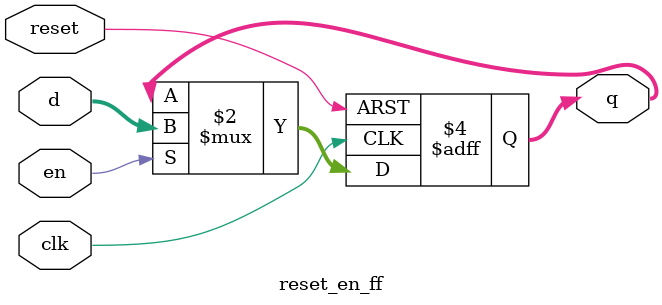
<source format=v>
module reset_en_ff (
  input             clk, reset, en,
  input      [31:0] d,
  output reg [31:0] q
);

// async active high async reset dff with enable input

always @(posedge clk or posedge reset)
  if (reset)   q <= 32'b0;
  else if (en)  q <= d;

endmodule
</source>
